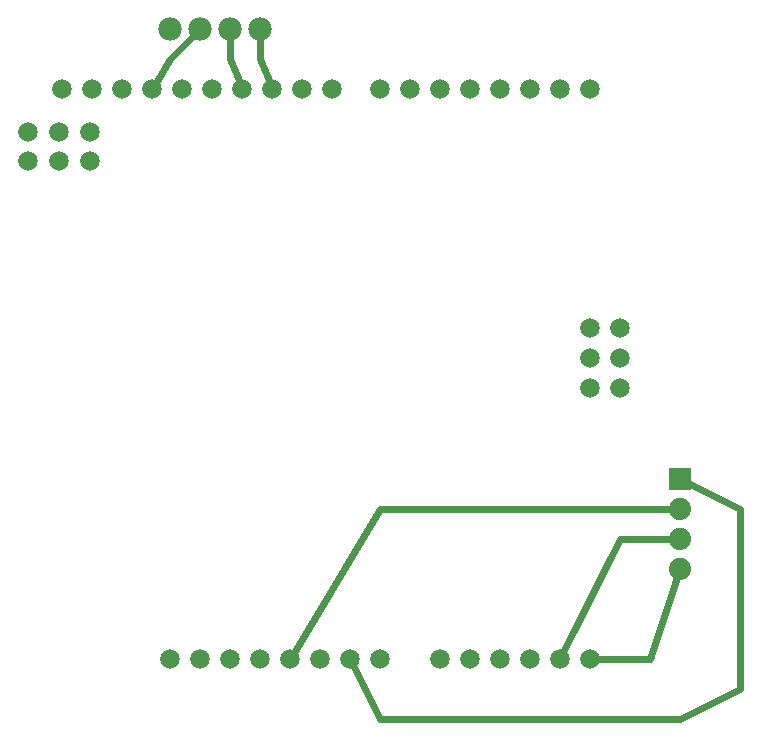
<source format=gbl>
G04 MADE WITH FRITZING*
G04 WWW.FRITZING.ORG*
G04 DOUBLE SIDED*
G04 HOLES PLATED*
G04 CONTOUR ON CENTER OF CONTOUR VECTOR*
%ASAXBY*%
%FSLAX23Y23*%
%MOIN*%
%OFA0B0*%
%SFA1.0B1.0*%
%ADD10C,0.065278*%
%ADD11C,0.078000*%
%ADD12C,0.074000*%
%ADD13R,0.074000X0.074000*%
%ADD14C,0.024000*%
%LNCOPPER0*%
G90*
G70*
G54D10*
X2144Y359D03*
X2244Y359D03*
X2344Y359D03*
X2444Y359D03*
X2544Y359D03*
X1684Y2259D03*
X1584Y2259D03*
X1484Y2259D03*
X1384Y2259D03*
X1284Y2259D03*
X1184Y2259D03*
X1084Y2259D03*
X984Y2259D03*
X884Y2259D03*
X784Y2259D03*
X2544Y2259D03*
X2444Y2259D03*
X2344Y2259D03*
X2244Y2259D03*
X2144Y2259D03*
X2044Y2259D03*
X1944Y2259D03*
X1844Y2259D03*
X1244Y359D03*
X1144Y359D03*
X1344Y359D03*
X1444Y359D03*
X1544Y359D03*
X1644Y359D03*
X1744Y359D03*
X1844Y359D03*
X2044Y359D03*
X2643Y1462D03*
X2543Y1462D03*
X2643Y1363D03*
X2543Y1363D03*
X2643Y1263D03*
X2543Y1263D03*
X775Y2116D03*
X775Y2017D03*
X879Y2116D03*
X879Y2017D03*
X671Y2116D03*
X671Y2017D03*
G54D11*
X1344Y2459D03*
X1444Y2459D03*
X1144Y2459D03*
X1244Y2459D03*
G54D12*
X2844Y959D03*
X2844Y859D03*
X2844Y759D03*
X2844Y659D03*
G54D13*
X2844Y959D03*
G54D14*
X1144Y2359D02*
X1244Y2459D01*
D02*
X1101Y2286D02*
X1144Y2359D01*
D02*
X1344Y2359D02*
X1344Y2429D01*
D02*
X1373Y2288D02*
X1344Y2359D01*
D02*
X1473Y2288D02*
X1444Y2359D01*
D02*
X1444Y2359D02*
X1444Y2429D01*
D02*
X2744Y359D02*
X2576Y359D01*
D02*
X2835Y630D02*
X2744Y359D01*
D02*
X2644Y759D02*
X2458Y387D01*
D02*
X2813Y759D02*
X2644Y759D01*
D02*
X1844Y859D02*
X1561Y386D01*
D02*
X2813Y859D02*
X1844Y859D01*
D02*
X2844Y159D02*
X1844Y159D01*
D02*
X3044Y259D02*
X2844Y159D01*
D02*
X2872Y945D02*
X3044Y859D01*
D02*
X1844Y159D02*
X1758Y331D01*
D02*
X3044Y859D02*
X3044Y259D01*
G04 End of Copper0*
M02*
</source>
